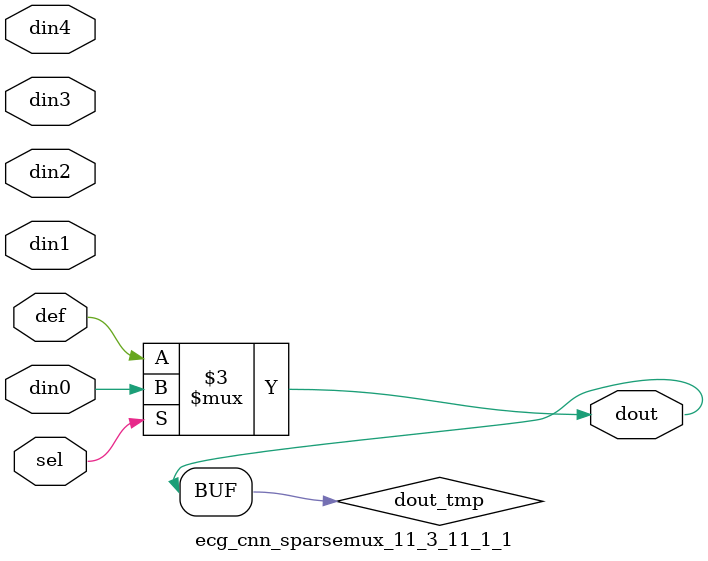
<source format=v>
`timescale 1ns / 1ps

module ecg_cnn_sparsemux_11_3_11_1_1 (din0,din1,din2,din3,din4,def,sel,dout);

parameter din0_WIDTH = 1;

parameter din1_WIDTH = 1;

parameter din2_WIDTH = 1;

parameter din3_WIDTH = 1;

parameter din4_WIDTH = 1;

parameter def_WIDTH = 1;
parameter sel_WIDTH = 1;
parameter dout_WIDTH = 1;

parameter [sel_WIDTH-1:0] CASE0 = 1;

parameter [sel_WIDTH-1:0] CASE1 = 1;

parameter [sel_WIDTH-1:0] CASE2 = 1;

parameter [sel_WIDTH-1:0] CASE3 = 1;

parameter [sel_WIDTH-1:0] CASE4 = 1;

parameter ID = 1;
parameter NUM_STAGE = 1;



input [din0_WIDTH-1:0] din0;

input [din1_WIDTH-1:0] din1;

input [din2_WIDTH-1:0] din2;

input [din3_WIDTH-1:0] din3;

input [din4_WIDTH-1:0] din4;

input [def_WIDTH-1:0] def;
input [sel_WIDTH-1:0] sel;

output [dout_WIDTH-1:0] dout;



reg [dout_WIDTH-1:0] dout_tmp;


always @ (*) begin
(* parallel_case *) case (sel)
    
    CASE0 : dout_tmp = din0;
    
    CASE1 : dout_tmp = din1;
    
    CASE2 : dout_tmp = din2;
    
    CASE3 : dout_tmp = din3;
    
    CASE4 : dout_tmp = din4;
    
    default : dout_tmp = def;
endcase
end


assign dout = dout_tmp;



endmodule

</source>
